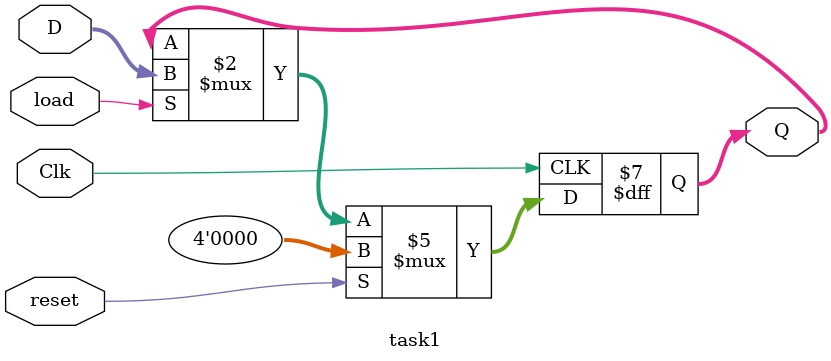
<source format=v>
`timescale 1ns / 1ps


module task1(input [3:0] D, input Clk, input reset, input load, output reg [3:0] Q);
    always @(posedge Clk)
    if (reset)
    begin
        Q <= 4'b0;
    end else if (load)
    begin
        Q <=D;
    end        
endmodule

</source>
